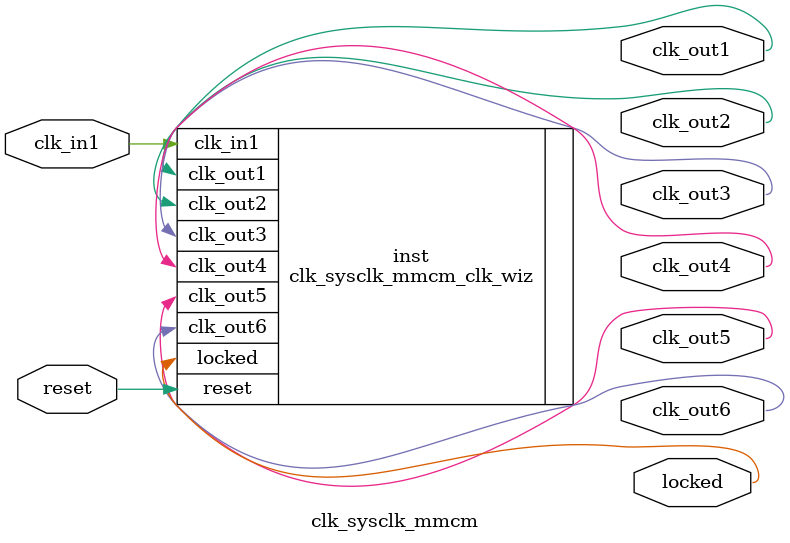
<source format=v>


`timescale 1ps/1ps

(* CORE_GENERATION_INFO = "clk_sysclk_mmcm,clk_wiz_v6_0_2_0_0,{component_name=clk_sysclk_mmcm,use_phase_alignment=true,use_min_o_jitter=false,use_max_i_jitter=false,use_dyn_phase_shift=false,use_inclk_switchover=false,use_dyn_reconfig=false,enable_axi=0,feedback_source=FDBK_AUTO,PRIMITIVE=MMCM,num_out_clk=6,clkin1_period=10.000,clkin2_period=10.000,use_power_down=false,use_reset=true,use_locked=true,use_inclk_stopped=false,feedback_type=SINGLE,CLOCK_MGR_TYPE=NA,manual_override=false}" *)

module clk_sysclk_mmcm 
 (
  // Clock out ports
  output        clk_out1,
  output        clk_out2,
  output        clk_out3,
  output        clk_out4,
  output        clk_out5,
  output        clk_out6,
  // Status and control signals
  input         reset,
  output        locked,
 // Clock in ports
  input         clk_in1
 );

  clk_sysclk_mmcm_clk_wiz inst
  (
  // Clock out ports  
  .clk_out1(clk_out1),
  .clk_out2(clk_out2),
  .clk_out3(clk_out3),
  .clk_out4(clk_out4),
  .clk_out5(clk_out5),
  .clk_out6(clk_out6),
  // Status and control signals               
  .reset(reset), 
  .locked(locked),
 // Clock in ports
  .clk_in1(clk_in1)
  );

endmodule

</source>
